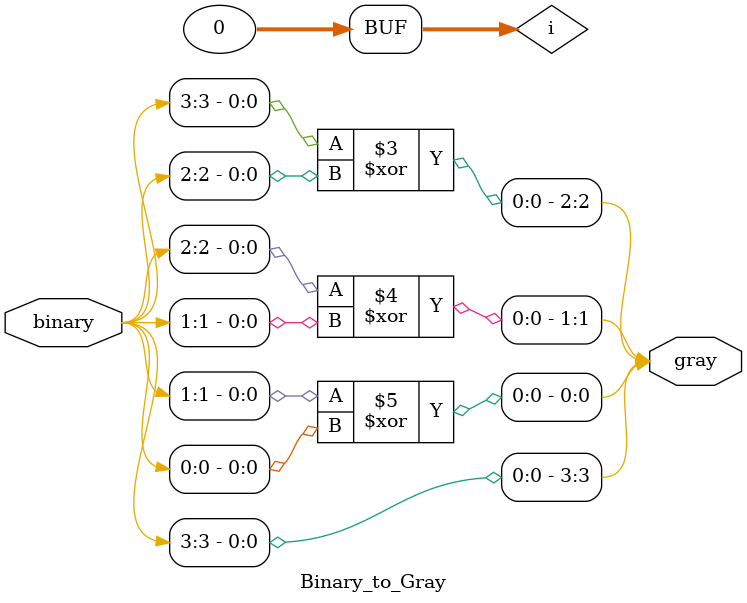
<source format=v>
module Binary_to_Gray (binary,gray);
  input [3:0] binary;
  output reg [3:0] gray;
  integer i;

 
  always@(*)begin
    gray[3]=binary[3];
   for (i=3;i>0;i=i-1)begin
    gray[i-1]=binary[i]^binary[i-1];
  end
 end
  
endmodule

</source>
